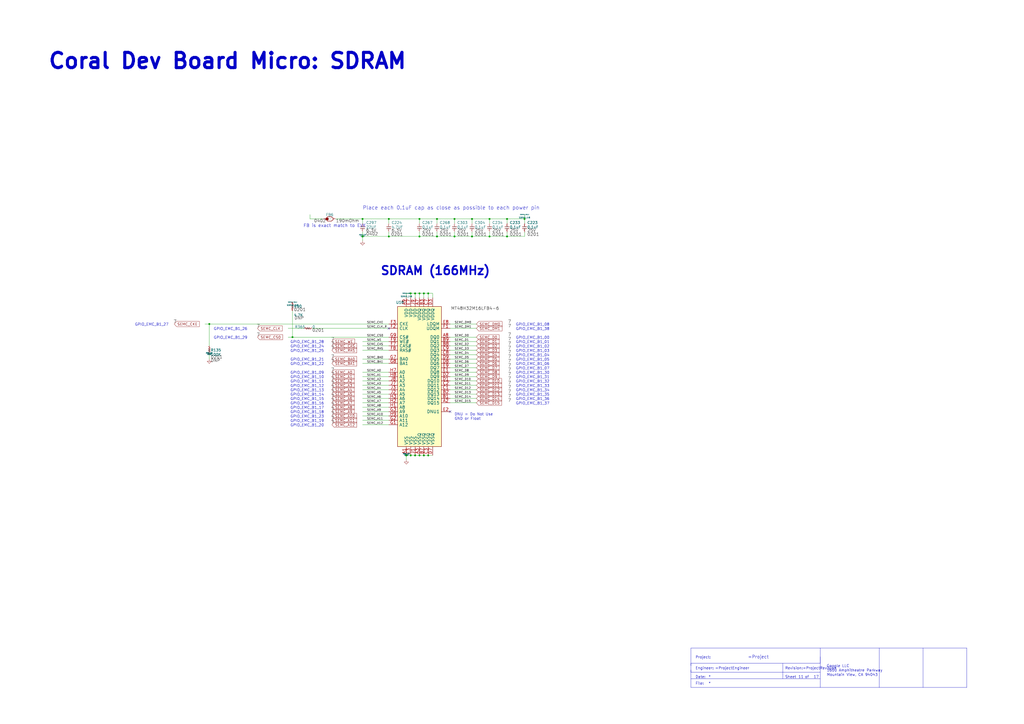
<source format=kicad_sch>
(kicad_sch (version 20230121) (generator eeschema)
  (paper "A2")
  (title_block (title "11 SDRAM-SchDoc") (date "31 01 2024"))
  (lib_symbols
    (symbol "11 SDRAM-SchDoc-rescue:SDRAM_MT48H32M16LFB4-6-" (pin_names (offset 1.016))
      (property "Reference" "U" (at -1.016 1.524 0))
      (property "Value" "SDRAM_MT48H32M16LFB4-6" (at 0 0 0))
      (symbol "SDRAM_MT48H32M16LFB4-6-_0_1"
        (rectangle (start 0 -81.28) (end 25.4 0) (stroke (width 0.254)) (fill (type background)))
        (pin power_in line (at 5.08 -86.36 90) (length 5.08) (name "VSS") (number "A1"))
        (pin bidirectional line (at 30.48 -55.88 180) (length 5.08) (name "DQ15") (number "A2"))
        (pin power_in line (at 12.7 -86.36 90) (length 5.08) (name "VSSQ") (number "A3"))
        (pin power_in line (at 12.7 5.08 270) (length 5.08) (name "VDDQ") (number "A7"))
        (pin bidirectional line (at 30.48 -17.78 180) (length 5.08) (name "DQ0") (number "A8"))
        (pin power_in line (at 5.08 5.08 270) (length 5.08) (name "VDD") (number "A9"))
        (pin bidirectional line (at 30.48 -53.34 180) (length 5.08) (name "DQ14") (number "B1"))
        (pin bidirectional line (at 30.48 -50.8 180) (length 5.08) (name "DQ13") (number "B2"))
        (pin power_in line (at 15.24 5.08 270) (length 5.08) (name "VDDQ") (number "B3"))
        (pin power_in line (at 15.24 -86.36 90) (length 5.08) (name "VSSQ") (number "B7"))
        (pin bidirectional line (at 30.48 -22.86 180) (length 5.08) (name "DQ2") (number "B8"))
        (pin bidirectional line (at 30.48 -20.32 180) (length 5.08) (name "DQ1") (number "B9"))
        (pin bidirectional line (at 30.48 -48.26 180) (length 5.08) (name "DQ12") (number "C1"))
        (pin bidirectional line (at 30.48 -45.72 180) (length 5.08) (name "DQ11") (number "C2"))
        (pin power_in line (at 17.78 -86.36 90) (length 5.08) (name "VSSQ") (number "C3"))
        (pin power_in line (at 17.78 5.08 270) (length 5.08) (name "VDDQ") (number "C7"))
        (pin bidirectional line (at 30.48 -27.94 180) (length 5.08) (name "DQ4") (number "C8"))
        (pin bidirectional line (at 30.48 -25.4 180) (length 5.08) (name "DQ3") (number "C9"))
        (pin bidirectional line (at 30.48 -43.18 180) (length 5.08) (name "DQ10") (number "D1"))
        (pin bidirectional line (at 30.48 -40.64 180) (length 5.08) (name "DQ9") (number "D2"))
        (pin power_in line (at 20.32 5.08 270) (length 5.08) (name "VDDQ") (number "D3"))
        (pin power_in line (at 20.32 -86.36 90) (length 5.08) (name "VSSQ") (number "D7"))
        (pin bidirectional line (at 30.48 -33.02 180) (length 5.08) (name "DQ6") (number "D8"))
        (pin bidirectional line (at 30.48 -30.48 180) (length 5.08) (name "DQ5") (number "D9"))
        (pin bidirectional line (at 30.48 -38.1 180) (length 5.08) (name "DQ8") (number "E1"))
        (pin passive line (at 30.48 -60.96 180) (length 5.08) (name "DNU1") (number "E2"))
        (pin power_in line (at 7.62 -86.36 90) (length 5.08) (name "VSS") (number "E3"))
        (pin power_in line (at 7.62 5.08 270) (length 5.08) (name "VDD") (number "E7"))
        (pin input line (at 30.48 -10.16 180) (length 5.08) (name "LDQM") (number "E8"))
        (pin bidirectional line (at 30.48 -35.56 180) (length 5.08) (name "DQ7") (number "E9"))
        (pin input line (at 30.48 -12.7 180) (length 5.08) (name "UDQM") (number "F1"))
        (pin input line (at -5.08 -12.7 0) (length 5.08) (name "CLK") (number "F2"))
        (pin input line (at -5.08 -10.16 0) (length 5.08) (name "CKE") (number "F3"))
        (pin input line (at -5.08 -22.86 0) (length 5.08) (name "CAS#") (number "F7"))
        (pin input line (at -5.08 -25.4 0) (length 5.08) (name "RAS#") (number "F8"))
        (pin input line (at -5.08 -20.32 0) (length 5.08) (name "WE#") (number "F9"))
        (pin input line (at -5.08 -68.58 0) (length 5.08) (name "A12") (number "G1"))
        (pin input line (at -5.08 -66.04 0) (length 5.08) (name "A11") (number "G2"))
        (pin input line (at -5.08 -60.96 0) (length 5.08) (name "A9") (number "G3"))
        (pin input line (at -5.08 -30.48 0) (length 5.08) (name "BA0") (number "G7"))
        (pin input line (at -5.08 -33.02 0) (length 5.08) (name "BA1") (number "G8"))
        (pin input line (at -5.08 -17.78 0) (length 5.08) (name "CS#") (number "G9"))
        (pin input line (at -5.08 -58.42 0) (length 5.08) (name "A8") (number "H1"))
        (pin input line (at -5.08 -55.88 0) (length 5.08) (name "A7") (number "H2"))
        (pin input line (at -5.08 -53.34 0) (length 5.08) (name "A6") (number "H3"))
        (pin input line (at -5.08 -38.1 0) (length 5.08) (name "A0") (number "H7"))
        (pin input line (at -5.08 -40.64 0) (length 5.08) (name "A1") (number "H8"))
        (pin input line (at -5.08 -63.5 0) (length 5.08) (name "A10") (number "H9"))
        (pin power_in line (at 10.16 -86.36 90) (length 5.08) (name "VSS") (number "J1"))
        (pin input line (at -5.08 -50.8 0) (length 5.08) (name "A5") (number "J2"))
        (pin input line (at -5.08 -48.26 0) (length 5.08) (name "A4") (number "J3"))
        (pin input line (at -5.08 -45.72 0) (length 5.08) (name "A3") (number "J7"))
        (pin input line (at -5.08 -43.18 0) (length 5.08) (name "A2") (number "J8"))
        (pin power_in line (at 10.16 5.08 270) (length 5.08) (name "VDD") (number "J9"))
      )
    )
    (symbol "11 SDRAM-SchDoc-rescue:__Template_Cap-" (pin_names (offset 1.016))
      (property "Reference" "C" (at 1.524 -0.508 0))
      (property "Value" "__Template_Cap" (at 0 0 0))
      (symbol "__Template_Cap-_0_1"
        (polyline (pts (xy 1.27 -3.048) (xy -1.27 -3.048)) (stroke (width 0.254)))
        (polyline (pts (xy 1.27 -2.032) (xy -1.27 -2.032)) (stroke (width 0.254)))
        (pin passive line (at 0 0 270) (length 2.032) (name "P") (number "1"))
        (pin passive line (at 0 -5.08 90) (length 2.032) (name "P") (number "2"))
      )
    )
    (symbol "11 SDRAM-SchDoc-rescue:__Template_Ferrite_Bead-" (pin_names (offset 1.016))
      (property "Reference" "FB" (at 1.778 1.524 0))
      (property "Value" "__Template_Ferrite_Bead" (at 0 0 0))
      (symbol "__Template_Ferrite_Bead-_0_1"
        (polyline (pts (xy 2.54 -1.27) (xy 5.08 -1.27)) (stroke (width 0.254)))
        (polyline (pts (xy 2.54 1.27) (xy 5.08 1.27)) (stroke (width 0.254)))
        (circle (center 2.54 0) (radius 0.254) (stroke (width 0.254)) (fill (type outline)))
        (circle (center 2.54 0) (radius 0.762) (stroke (width 0.254)) (fill (type outline)))
        (pin passive line (at 0 0 0) (length 2.54) (name "1") (number "1"))
        (pin passive line (at 7.62 0 180) (length 1.778) (name "2") (number "2"))
      )
      (symbol "__Template_Ferrite_Bead-_1_1"
        (arc (start 5.0546 -1.016) (mid 5.5735 -0.8885) (end 5.9436 -0.508) (stroke (width 0.254)))
        (arc (start 5.9436 -0.508) (mid 6.0819 0) (end 5.9436 0.508) (stroke (width 0.254)))
        (arc (start 5.9436 0.508) (mid 5.5665 0.8759) (end 5.0546 1.016) (stroke (width 0.254)))
      )
    )
    (symbol "11 SDRAM-SchDoc-rescue:__Template_Resistor-" (pin_names (offset 1.016))
      (property "Reference" "R" (at 0.762 1.778 0))
      (property "Value" "__Template_Resistor" (at 0 0 0))
      (symbol "__Template_Resistor-_0_1"
        (polyline (pts (xy 1.016 0) (xy 1.27 0.508) (xy 1.778 -0.508) (xy 2.286 0.508) (xy 2.794 -0.508) (xy 3.302 0.508) (xy 3.81 -0.508) (xy 4.064 0)) (stroke (width 0.254)))
        (pin passive line (at 0 0 0) (length 1.016) (name "P") (number "1"))
        (pin passive line (at 5.08 0 180) (length 1.016) (name "P") (number "2"))
      )
    )
    (symbol "power:GND" (power) (pin_names (offset 0))
      (property "Value" "GND" (at 0 -3.81 0))
      (symbol "GND_0_1"
        (polyline (pts (xy 0 0) (xy 0 -1.27) (xy 1.27 -1.27) (xy 0 -2.54) (xy -1.27 -1.27) (xy 0 -1.27)))
      )
      (symbol "GND_1_1"
        (pin power_in line (at 0 0 270) (length 0) hide (name "GND") (number "1"))
      )
    )
  )
  (junction (at 263.652 137.16))
  (junction (at 240.792 170.18))
  (junction (at 235.712 264.16))
  (junction (at 243.332 137.16))
  (junction (at 294.132 127))
  (junction (at 253.492 137.16))
  (junction (at 273.812 127))
  (junction (at 240.792 264.16))
  (junction (at 210.312 137.16))
  (junction (at 294.132 137.16))
  (junction (at 238.252 264.16))
  (junction (at 245.872 264.16))
  (junction (at 248.412 170.18))
  (junction (at 263.652 127))
  (junction (at 248.412 264.16))
  (junction (at 283.972 127))
  (junction (at 243.332 264.16))
  (junction (at 304.292 127))
  (junction (at 243.332 127))
  (junction (at 238.252 170.18))
  (junction (at 225.552 137.16))
  (junction (at 210.312 127))
  (junction (at 121.412 187.96))
  (junction (at 245.872 170.18))
  (junction (at 283.972 137.16))
  (junction (at 169.672 195.58))
  (junction (at 225.552 127))
  (junction (at 243.332 170.18))
  (junction (at 273.812 137.16))
  (junction (at 253.492 127))
  (no_connect (at 225.552 190.5))
  (no_connect (at 261.112 238.76))
  (polyline (pts (xy 400.812 389.89) (xy 400.812 388.62)))
  (wire (pts (xy 238.252 264.16) (xy 240.792 264.16)))
  (wire (pts (xy 294.132 137.16) (xy 294.132 134.62)))
  (wire (pts (xy 240.792 264.16) (xy 243.332 264.16)))
  (wire (pts (xy 210.312 127) (xy 210.312 129.54)))
  (wire (pts (xy 248.412 170.18) (xy 245.872 170.18)))
  (polyline (pts (xy 400.812 393.7) (xy 475.742 393.7)))
  (wire (pts (xy 253.492 127) (xy 243.332 127)))
  (wire (pts (xy 261.112 213.36) (xy 276.352 213.36)))
  (wire (pts (xy 235.712 266.7) (xy 235.712 264.16)))
  (polyline (pts (xy 560.832 398.78) (xy 560.832 375.92)))
  (wire (pts (xy 243.332 127) (xy 243.332 129.54)))
  (wire (pts (xy 304.292 129.54) (xy 304.292 127)))
  (wire (pts (xy 261.112 203.2) (xy 276.352 203.2)))
  (wire (pts (xy 210.312 243.84) (xy 225.552 243.84)))
  (wire (pts (xy 273.812 137.16) (xy 273.812 134.62)))
  (wire (pts (xy 235.712 170.18) (xy 235.712 172.72)))
  (wire (pts (xy 250.952 172.72) (xy 250.952 170.18)))
  (wire (pts (xy 261.112 198.12) (xy 276.352 198.12)))
  (wire (pts (xy 238.252 170.18) (xy 235.712 170.18)))
  (wire (pts (xy 210.312 200.66) (xy 225.552 200.66)))
  (wire (pts (xy 121.412 187.96) (xy 121.412 200.66)))
  (polyline (pts (xy 535.432 398.78) (xy 535.432 375.92)))
  (polyline (pts (xy 400.812 375.92) (xy 560.832 375.92)))
  (wire (pts (xy 121.412 205.74) (xy 121.412 208.28)))
  (wire (pts (xy 283.972 127) (xy 273.812 127)))
  (polyline (pts (xy 475.742 393.7) (xy 475.742 389.89)))
  (wire (pts (xy 263.652 137.16) (xy 253.492 137.16)))
  (wire (pts (xy 263.652 134.62) (xy 263.652 137.16)))
  (polyline (pts (xy 475.742 384.81) (xy 400.812 384.81)))
  (wire (pts (xy 210.312 203.2) (xy 225.552 203.2)))
  (wire (pts (xy 235.712 264.16) (xy 238.252 264.16)))
  (wire (pts (xy 243.332 264.16) (xy 245.872 264.16)))
  (wire (pts (xy 210.312 228.6) (xy 225.552 228.6)))
  (wire (pts (xy 261.112 223.52) (xy 276.352 223.52)))
  (wire (pts (xy 261.112 218.44) (xy 276.352 218.44)))
  (wire (pts (xy 243.332 170.18) (xy 240.792 170.18)))
  (wire (pts (xy 225.552 195.58) (xy 169.672 195.58)))
  (wire (pts (xy 243.332 172.72) (xy 243.332 170.18)))
  (wire (pts (xy 210.312 220.98) (xy 225.552 220.98)))
  (wire (pts (xy 250.952 170.18) (xy 248.412 170.18)))
  (wire (pts (xy 118.872 187.96) (xy 121.412 187.96)))
  (polyline (pts (xy 400.812 398.78) (xy 400.812 375.92)))
  (polyline (pts (xy 400.812 384.81) (xy 400.812 386.08)))
  (wire (pts (xy 210.312 233.68) (xy 225.552 233.68)))
  (wire (pts (xy 225.552 127) (xy 225.552 129.54)))
  (wire (pts (xy 261.112 208.28) (xy 276.352 208.28)))
  (wire (pts (xy 276.352 187.96) (xy 261.112 187.96)))
  (wire (pts (xy 245.872 264.16) (xy 248.412 264.16)))
  (wire (pts (xy 261.112 220.98) (xy 276.352 220.98)))
  (wire (pts (xy 210.312 236.22) (xy 225.552 236.22)))
  (wire (pts (xy 263.652 127) (xy 253.492 127)))
  (wire (pts (xy 283.972 134.62) (xy 283.972 137.16)))
  (wire (pts (xy 167.132 195.58) (xy 169.672 195.58)))
  (wire (pts (xy 210.312 238.76) (xy 225.552 238.76)))
  (polyline (pts (xy 475.742 398.78) (xy 475.742 393.7)))
  (wire (pts (xy 210.312 127) (xy 194.818 127)))
  (wire (pts (xy 210.312 198.12) (xy 225.552 198.12)))
  (wire (pts (xy 210.312 210.82) (xy 225.552 210.82)))
  (wire (pts (xy 210.312 246.38) (xy 225.552 246.38)))
  (wire (pts (xy 225.552 134.62) (xy 225.552 137.16)))
  (wire (pts (xy 238.252 172.72) (xy 238.252 170.18)))
  (wire (pts (xy 261.112 226.06) (xy 276.352 226.06)))
  (wire (pts (xy 245.872 172.72) (xy 245.872 170.18)))
  (wire (pts (xy 240.792 170.18) (xy 238.252 170.18)))
  (wire (pts (xy 261.112 233.68) (xy 276.352 233.68)))
  (wire (pts (xy 248.412 264.16) (xy 250.952 264.16)))
  (wire (pts (xy 304.292 127) (xy 294.132 127)))
  (wire (pts (xy 243.332 137.16) (xy 225.552 137.16)))
  (polyline (pts (xy 475.742 381) (xy 475.742 389.89)))
  (wire (pts (xy 210.312 208.28) (xy 225.552 208.28)))
  (wire (pts (xy 225.552 127) (xy 210.312 127)))
  (wire (pts (xy 294.132 127) (xy 294.132 129.54)))
  (wire (pts (xy 179.832 124.46) (xy 179.832 127)))
  (wire (pts (xy 179.832 127) (xy 187.198 127)))
  (wire (pts (xy 261.112 210.82) (xy 276.352 210.82)))
  (wire (pts (xy 210.312 226.06) (xy 225.552 226.06)))
  (wire (pts (xy 304.292 134.62) (xy 304.292 137.16)))
  (wire (pts (xy 169.672 195.58) (xy 169.672 180.34)))
  (wire (pts (xy 261.112 228.6) (xy 276.352 228.6)))
  (wire (pts (xy 210.312 218.44) (xy 225.552 218.44)))
  (wire (pts (xy 248.412 172.72) (xy 248.412 170.18)))
  (wire (pts (xy 283.972 127) (xy 283.972 129.54)))
  (wire (pts (xy 243.332 127) (xy 225.552 127)))
  (wire (pts (xy 167.132 190.5) (xy 176.022 190.5)))
  (wire (pts (xy 240.792 172.72) (xy 240.792 170.18)))
  (wire (pts (xy 253.492 127) (xy 253.492 129.54)))
  (wire (pts (xy 253.492 137.16) (xy 253.492 134.62)))
  (wire (pts (xy 225.552 190.5) (xy 181.102 190.5)))
  (wire (pts (xy 294.132 137.16) (xy 283.972 137.16)))
  (polyline (pts (xy 454.152 393.7) (xy 454.152 384.81)))
  (wire (pts (xy 210.312 137.16) (xy 210.312 139.7)))
  (wire (pts (xy 276.352 190.5) (xy 261.112 190.5)))
  (polyline (pts (xy 510.032 398.78) (xy 510.032 375.92)))
  (wire (pts (xy 210.312 215.9) (xy 225.552 215.9)))
  (wire (pts (xy 261.112 215.9) (xy 276.352 215.9)))
  (polyline (pts (xy 475.742 389.89) (xy 400.812 389.89)))
  (wire (pts (xy 283.972 137.16) (xy 273.812 137.16)))
  (wire (pts (xy 261.112 200.66) (xy 276.352 200.66)))
  (wire (pts (xy 210.312 241.3) (xy 225.552 241.3)))
  (wire (pts (xy 294.132 127) (xy 283.972 127)))
  (wire (pts (xy 273.812 127) (xy 263.652 127)))
  (wire (pts (xy 273.812 137.16) (xy 263.652 137.16)))
  (wire (pts (xy 210.312 134.62) (xy 210.312 137.16)))
  (wire (pts (xy 225.552 137.16) (xy 210.312 137.16)))
  (wire (pts (xy 304.292 124.46) (xy 304.292 127)))
  (wire (pts (xy 261.112 195.58) (xy 276.352 195.58)))
  (wire (pts (xy 243.332 134.62) (xy 243.332 137.16)))
  (wire (pts (xy 210.312 231.14) (xy 225.552 231.14)))
  (polyline (pts (xy 475.742 375.92) (xy 475.742 384.81)))
  (wire (pts (xy 253.492 137.16) (xy 243.332 137.16)))
  (wire (pts (xy 245.872 170.18) (xy 243.332 170.18)))
  (wire (pts (xy 304.292 137.16) (xy 294.132 137.16)))
  (wire (pts (xy 210.312 223.52) (xy 225.552 223.52)))
  (wire (pts (xy 273.812 127) (xy 273.812 129.54)))
  (wire (pts (xy 261.112 205.74) (xy 276.352 205.74)))
  (wire (pts (xy 261.112 231.14) (xy 276.352 231.14)))
  (polyline (pts (xy 400.812 398.78) (xy 560.832 398.78)))
  (wire (pts (xy 263.652 127) (xy 263.652 129.54)))
  (wire (pts (xy 121.412 187.96) (xy 225.552 187.96)))
  (text "Engineer:" (at 403.352 388.62 0) (effects (font (size 1.524 1.524)) (justify left bottom)))
  (text "1600 Amphitheatre Parkway" (at 479.552 389.89 0) (effects (font (size 1.524 1.524)) (justify left bottom)))
  (text "GPIO_EMC_B1_17" (at 168.402 237.49 0) (effects (font (size 1.524 1.524)) (justify left bottom)))
  (text "GPIO_EMC_B1_30" (at 299.212 217.17 0) (effects (font (size 1.524 1.524)) (justify left bottom)))
  (text "GPIO_EMC_B1_35" (at 299.212 229.87 0) (effects (font (size 1.524 1.524)) (justify left bottom)))
  (text "GPIO_EMC_B1_07" (at 299.212 214.63 0) (effects (font (size 1.524 1.524)) (justify left bottom)))
  (text "Revision:" (at 455.422 388.62 0) (effects (font (size 1.524 1.524)) (justify left bottom)))
  (text "GPIO_EMC_B1_25" (at 168.402 204.47 0) (effects (font (size 1.524 1.524)) (justify left bottom)))
  (text "GPIO_EMC_B1_26" (at 123.952 191.77 0) (effects (font (size 1.524 1.524)) (justify left bottom)))
  (text "Google LLC" (at 479.552 387.35 0) (effects (font (size 1.524 1.524)) (justify left bottom)))
  (text "GPIO_EMC_B1_32" (at 299.212 222.25 0) (effects (font (size 1.524 1.524)) (justify left bottom)))
  (text "DNU = Do Not Use" (at 263.652 241.3 0) (effects (font (size 1.524 1.524)) (justify left bottom)))
  (text "GPIO_EMC_B1_10" (at 168.402 219.71 0) (effects (font (size 1.524 1.524)) (justify left bottom)))
  (text "GPIO_EMC_B1_08" (at 299.212 189.23 0) (effects (font (size 1.524 1.524)) (justify left bottom)))
  (text "GPIO_EMC_B1_37" (at 299.212 234.95 0) (effects (font (size 1.524 1.524)) (justify left bottom)))
  (text "Place each 0.1uF cap as close as possible to each power pin" (at 210.312 121.92 0) (effects (font (size 2.1336 2.1336)) (justify left bottom)))
  (text "GPIO_EMC_B1_21" (at 168.402 209.55 0) (effects (font (size 1.524 1.524)) (justify left bottom)))
  (text "GPIO_EMC_B1_19" (at 168.402 245.11 0) (effects (font (size 1.524 1.524)) (justify left bottom)))
  (text "GPIO_EMC_B1_03" (at 299.212 204.47 0) (effects (font (size 1.524 1.524)) (justify left bottom)))
  (text "File:" (at 403.352 397.51 0) (effects (font (size 1.524 1.524)) (justify left bottom)))
  (text "GPIO_EMC_B1_18" (at 168.402 240.03 0) (effects (font (size 1.524 1.524)) (justify left bottom)))
  (text "GPIO_EMC_B1_29" (at 123.952 196.85 0) (effects (font (size 1.524 1.524)) (justify left bottom)))
  (text "GPIO_EMC_B1_20" (at 168.402 247.65 0) (effects (font (size 1.524 1.524)) (justify left bottom)))
  (text "GPIO_EMC_B1_05" (at 299.212 209.55 0) (effects (font (size 1.524 1.524)) (justify left bottom)))
  (text "Project:" (at 403.352 382.27 0) (effects (font (size 1.524 1.524)) (justify left bottom)))
  (text "=ProjectEngineer" (at 414.782 388.62 0) (effects (font (size 1.524 1.524)) (justify left bottom)))
  (text "GPIO_EMC_B1_33" (at 299.212 224.79 0) (effects (font (size 1.524 1.524)) (justify left bottom)))
  (text "FB is exact match to EVK" (at 176.022 132.08 0) (effects (font (size 1.8288 1.8288)) (justify left bottom)))
  (text "GPIO_EMC_B1_06" (at 299.212 212.09 0) (effects (font (size 1.524 1.524)) (justify left bottom)))
  (text "*" (at 410.972 397.51 0) (effects (font (size 1.524 1.524)) (justify left bottom)))
  (text "GPIO_EMC_B1_01" (at 299.212 199.39 0) (effects (font (size 1.524 1.524)) (justify left bottom)))
  (text "17" (at 471.932 393.7 0) (effects (font (size 1.524 1.524)) (justify left bottom)))
  (text "GPIO_EMC_B1_36" (at 299.212 232.41 0) (effects (font (size 1.524 1.524)) (justify left bottom)))
  (text "*" (at 410.972 393.7 0) (effects (font (size 1.524 1.524)) (justify left bottom)))
  (text "GND or Float" (at 263.652 243.84 0) (effects (font (size 1.524 1.524)) (justify left bottom)))
  (text "=Project" (at 433.832 382.27 0) (effects (font (size 1.8288 1.8288)) (justify left bottom)))
  (text "GPIO_EMC_B1_38" (at 299.212 191.77 0) (effects (font (size 1.524 1.524)) (justify left bottom)))
  (text "Mountain View, CA 94043" (at 479.552 392.43 0) (effects (font (size 1.524 1.524)) (justify left bottom)))
  (text "GPIO_EMC_B1_14" (at 168.402 229.87 0) (effects (font (size 1.524 1.524)) (justify left bottom)))
  (text "GPIO_EMC_B1_28" (at 168.402 199.39 0) (effects (font (size 1.524 1.524)) (justify left bottom)))
  (text "SDRAM (166MHz)" (at 220.472 160.02 0) (effects (font (size 4.8768 4.8768) (thickness 0.9754) bold) (justify left bottom)))
  (text "GPIO_EMC_B1_16" (at 168.402 234.95 0) (effects (font (size 1.524 1.524)) (justify left bottom)))
  (text "GPIO_EMC_B1_09" (at 168.402 217.17 0) (effects (font (size 1.524 1.524)) (justify left bottom)))
  (text "of" (at 466.852 393.7 0) (effects (font (size 1.524 1.524)) (justify left bottom)))
  (text "GPIO_EMC_B1_00" (at 299.212 196.85 0) (effects (font (size 1.524 1.524)) (justify left bottom)))
  (text "GPIO_EMC_B1_02" (at 299.212 201.93 0) (effects (font (size 1.524 1.524)) (justify left bottom)))
  (text "GPIO_EMC_B1_34" (at 299.212 227.33 0) (effects (font (size 1.524 1.524)) (justify left bottom)))
  (text "GPIO_EMC_B1_22" (at 168.402 212.09 0) (effects (font (size 1.524 1.524)) (justify left bottom)))
  (text "Coral Dev Board Micro: SDRAM" (at 27.432 40.64 0) (effects (font (size 8.8392 8.8392) (thickness 1.7678) bold) (justify left bottom)))
  (text "GPIO_EMC_B1_24" (at 168.402 201.93 0) (effects (font (size 1.524 1.524)) (justify left bottom)))
  (text "GPIO_EMC_B1_31" (at 299.212 219.71 0) (effects (font (size 1.524 1.524)) (justify left bottom)))
  (text "Sheet" (at 455.422 393.7 0) (effects (font (size 1.524 1.524)) (justify left bottom)))
  (text "GPIO_EMC_B1_11" (at 168.402 222.25 0) (effects (font (size 1.524 1.524)) (justify left bottom)))
  (text "=ProjectRevision" (at 465.582 388.62 0) (effects (font (size 1.524 1.524)) (justify left bottom)))
  (text "GPIO_EMC_B1_13" (at 168.402 227.33 0) (effects (font (size 1.524 1.524)) (justify left bottom)))
  (text "GPIO_EMC_B1_15" (at 168.402 232.41 0) (effects (font (size 1.524 1.524)) (justify left bottom)))
  (text "GPIO_EMC_B1_23" (at 168.402 242.57 0) (effects (font (size 1.524 1.524)) (justify left bottom)))
  (text "11" (at 463.042 393.7 0) (effects (font (size 1.524 1.524)) (justify left bottom)))
  (text "GPIO_EMC_B1_27" (at 78.232 189.23 0) (effects (font (size 1.524 1.524)) (justify left bottom)))
  (text "GPIO_EMC_B1_12" (at 168.402 224.79 0) (effects (font (size 1.524 1.524)) (justify left bottom)))
  (text "Date:" (at 403.352 393.7 0) (effects (font (size 1.524 1.524)) (justify left bottom)))
  (text "GPIO_EMC_B1_04" (at 299.212 207.01 0) (effects (font (size 1.524 1.524)) (justify left bottom)))
  (label "MT48H32M16LFB4-6" (at 261.62 180.34 0) (effects (font (size 1.778 1.778))))
  (label "7" (at 294.64 208.28 0) (effects (font (size 1.778 1.778))))
  (label "SEMC_A4" (at 212.852 226.06 0) (effects (font (size 1.2192 1.2192))))
  (label "SEMC_CLK_R" (at 212.852 190.5 0) (effects (font (size 1.2192 1.2192))))
  (label "0201" (at 170.434 181.102 0) (effects (font (size 1.778 1.778))))
  (label "SEMC_D15" (at 263.652 233.68 0) (effects (font (size 1.2192 1.2192))))
  (label "SEMC_CKE" (at 212.852 187.96 0) (effects (font (size 1.2192 1.2192))))
  (label "7" (at 294.64 195.58 0) (effects (font (size 1.778 1.778))))
  (label "SEMC_D14" (at 263.652 231.14 0) (effects (font (size 1.2192 1.2192))))
  (label "25V" (at 275.336 135.128 0) (effects (font (size 1.778 1.778))))
  (label "SEMC_D6" (at 263.652 210.82 0) (effects (font (size 1.2192 1.2192))))
  (label "SEMC_A5" (at 212.852 228.6 0) (effects (font (size 1.2192 1.2192))))
  (label "SEMC_D4" (at 263.652 205.74 0) (effects (font (size 1.2192 1.2192))))
  (label "SEMC_DM1" (at 263.652 190.5 0) (effects (font (size 1.2192 1.2192))))
  (label "7" (at 148.844 195.58 0) (effects (font (size 1.778 1.778))))
  (label "7" (at 294.64 187.96 0) (effects (font (size 1.778 1.778))))
  (label "7" (at 192.024 218.44 0) (effects (font (size 1.778 1.778))))
  (label "SEMC_D10" (at 263.652 220.98 0) (effects (font (size 1.2192 1.2192))))
  (label "SEMC_A12" (at 212.852 246.38 0) (effects (font (size 1.2192 1.2192))))
  (label "25V" (at 285.496 135.128 0) (effects (font (size 1.778 1.778))))
  (label "7" (at 294.64 220.98 0) (effects (font (size 1.778 1.778))))
  (label "7" (at 294.64 228.6 0) (effects (font (size 1.778 1.778))))
  (label "0201" (at 244.856 137.414 0) (effects (font (size 1.778 1.778))))
  (label "SEMC_A0" (at 212.852 215.9 0) (effects (font (size 1.2192 1.2192))))
  (label "SEMC_RAS" (at 212.852 203.2 0) (effects (font (size 1.2192 1.2192))))
  (label "7" (at 192.024 208.28 0) (effects (font (size 1.778 1.778))))
  (label "SEMC_A6" (at 212.852 231.14 0) (effects (font (size 1.2192 1.2192))))
  (label "7" (at 294.64 231.14 0) (effects (font (size 1.778 1.778))))
  (label "SEMC_D0" (at 263.652 195.58 0) (effects (font (size 1.2192 1.2192))))
  (label "7" (at 294.64 210.82 0) (effects (font (size 1.778 1.778))))
  (label "SEMC_D3" (at 263.652 203.2 0) (effects (font (size 1.2192 1.2192))))
  (label "7" (at 192.024 246.38 0) (effects (font (size 1.778 1.778))))
  (label "25V" (at 265.176 135.128 0) (effects (font (size 1.778 1.778))))
  (label "7" (at 192.024 243.84 0) (effects (font (size 1.778 1.778))))
  (label "7" (at 192.024 238.76 0) (effects (font (size 1.778 1.778))))
  (label "SEMC_CAS" (at 212.852 200.66 0) (effects (font (size 1.2192 1.2192))))
  (label "SEMC_BA0" (at 212.852 208.28 0) (effects (font (size 1.2192 1.2192))))
  (label "0201" (at 255.016 137.414 0) (effects (font (size 1.778 1.778))))
  (label "7" (at 192.024 215.9 0) (effects (font (size 1.778 1.778))))
  (label "SEMC_A9" (at 212.852 238.76 0) (effects (font (size 1.2192 1.2192))))
  (label "7" (at 192.024 226.06 0) (effects (font (size 1.778 1.778))))
  (label "7" (at 192.024 203.2 0) (effects (font (size 1.778 1.778))))
  (label "0402" (at 182.118 129.54 0) (effects (font (size 1.778 1.778))))
  (label "7" (at 294.64 218.44 0) (effects (font (size 1.778 1.778))))
  (label "0201" (at 275.336 137.414 0) (effects (font (size 1.778 1.778))))
  (label "7" (at 294.64 200.66 0) (effects (font (size 1.778 1.778))))
  (label "SEMC_BA1" (at 212.852 210.82 0) (effects (font (size 1.2192 1.2192))))
  (label "7" (at 192.024 228.6 0) (effects (font (size 1.778 1.778))))
  (label "7" (at 192.024 220.98 0) (effects (font (size 1.778 1.778))))
  (label "SEMC_D5" (at 263.652 208.28 0) (effects (font (size 1.2192 1.2192))))
  (label "SEMC_D8" (at 263.652 215.9 0) (effects (font (size 1.2192 1.2192))))
  (label "DNP" (at 122.174 210.566 0) (effects (font (size 1.778 1.778))))
  (label "7" (at 294.64 223.52 0) (effects (font (size 1.778 1.778))))
  (label "SEMC_D13" (at 263.652 228.6 0) (effects (font (size 1.2192 1.2192))))
  (label "0201" (at 265.176 137.414 0) (effects (font (size 1.778 1.778))))
  (label "7" (at 192.024 200.66 0) (effects (font (size 1.778 1.778))))
  (label "0201" (at 226.822 137.414 0) (effects (font (size 1.778 1.778))))
  (label "7" (at 192.024 241.3 0) (effects (font (size 1.778 1.778))))
  (label "0201" (at 122.174 208.534 0) (effects (font (size 1.778 1.778))))
  (label "25V" (at 295.656 135.128 0) (effects (font (size 1.778 1.778))))
  (label "7" (at 294.64 215.9 0) (effects (font (size 1.778 1.778))))
  (label "25V" (at 255.016 135.128 0) (effects (font (size 1.778 1.778))))
  (label "6.3V" (at 212.344 135.128 0) (effects (font (size 1.778 1.778))))
  (label "SEMC_D11" (at 263.652 223.52 0) (effects (font (size 1.2192 1.2192))))
  (label "SEMC_D9" (at 263.652 218.44 0) (effects (font (size 1.2192 1.2192))))
  (label "SEMC_CS0" (at 212.852 195.58 0) (effects (font (size 1.2192 1.2192))))
  (label "SEMC_D12" (at 263.652 226.06 0) (effects (font (size 1.2192 1.2192))))
  (label "7" (at 148.844 190.5 0) (effects (font (size 1.778 1.778))))
  (label "7" (at 192.024 233.68 0) (effects (font (size 1.778 1.778))))
  (label "7" (at 294.64 198.12 0) (effects (font (size 1.778 1.778))))
  (label "7" (at 294.64 190.5 0) (effects (font (size 1.778 1.778))))
  (label "7" (at 192.024 231.14 0) (effects (font (size 1.778 1.778))))
  (label "SEMC_A7" (at 212.852 233.68 0) (effects (font (size 1.2192 1.2192))))
  (label "SEMC_A11" (at 212.852 243.84 0) (effects (font (size 1.2192 1.2192))))
  (label "SEMC_A3" (at 212.852 223.52 0) (effects (font (size 1.2192 1.2192))))
  (label "DNP" (at 170.688 185.928 0) (effects (font (size 1.778 1.778))))
  (label "SEMC_WE" (at 212.852 198.12 0) (effects (font (size 1.2192 1.2192))))
  (label "25V" (at 244.856 135.128 0) (effects (font (size 1.778 1.778))))
  (label "7" (at 294.64 226.06 0) (effects (font (size 1.778 1.778))))
  (label "7" (at 294.64 233.68 0) (effects (font (size 1.778 1.778))))
  (label "SEMC_A1" (at 212.852 218.44 0) (effects (font (size 1.2192 1.2192))))
  (label "SEMC_A2" (at 212.852 220.98 0) (effects (font (size 1.2192 1.2192))))
  (label "SEMC_DM0" (at 263.652 187.96 0) (effects (font (size 1.2192 1.2192))))
  (label "7" (at 192.024 223.52 0) (effects (font (size 1.778 1.778))))
  (label "25V" (at 305.816 135.128 0) (effects (font (size 1.778 1.778))))
  (label "7" (at 100.584 187.96 0) (effects (font (size 1.778 1.778))))
  (label "190mOhm" (at 194.818 129.54 0) (effects (font (size 1.778 1.778))))
  (label "7" (at 192.024 198.12 0) (effects (font (size 1.778 1.778))))
  (label "6.3V" (at 227.076 135.128 0) (effects (font (size 1.778 1.778))))
  (label "0201" (at 295.656 137.414 0) (effects (font (size 1.778 1.778))))
  (label "7" (at 192.024 236.22 0) (effects (font (size 1.778 1.778))))
  (label "7" (at 192.024 210.82 0) (effects (font (size 1.778 1.778))))
  (label "7" (at 294.64 205.74 0) (effects (font (size 1.778 1.778))))
  (label "7" (at 294.64 203.2 0) (effects (font (size 1.778 1.778))))
  (label "0201" (at 285.496 137.414 0) (effects (font (size 1.778 1.778))))
  (label "0402" (at 212.344 137.16 0) (effects (font (size 1.778 1.778))))
  (label "7" (at 294.64 213.36 0) (effects (font (size 1.778 1.778))))
  (label "SEMC_D1" (at 263.652 198.12 0) (effects (font (size 1.2192 1.2192))))
  (label "SEMC_D2" (at 263.652 200.66 0) (effects (font (size 1.2192 1.2192))))
  (label "0201" (at 305.816 137.414 0) (effects (font (size 1.778 1.778))))
  (label "SEMC_A10" (at 212.852 241.3 0) (effects (font (size 1.2192 1.2192))))
  (label "SEMC_D7" (at 263.652 213.36 0) (effects (font (size 1.2192 1.2192))))
  (label "SEMC_A8" (at 212.852 236.22 0) (effects (font (size 1.2192 1.2192))))
  (label "0201" (at 181.102 193.04 0) (effects (font (size 1.778 1.778))))
  (global_label "SEMC_D9" (shape input) (at 276.352 218.44 0) (effects (font (size 1.524 1.524))) (property "Intersheetrefs" "${INTERSHEET_REFS}" (effects hide)))
  (global_label "SEMC_D5" (shape input) (at 276.352 208.28 0) (effects (font (size 1.524 1.524))) (property "Intersheetrefs" "${INTERSHEET_REFS}" (effects hide)))
  (global_label "SEMC_A3" (shape input) (at 192.532 223.52 0) (effects (font (size 1.524 1.524))) (property "Intersheetrefs" "${INTERSHEET_REFS}" (effects hide)))
  (global_label "SEMC_BA0" (shape input) (at 192.532 208.28 0) (effects (font (size 1.524 1.524))) (property "Intersheetrefs" "${INTERSHEET_REFS}" (effects hide)))
  (global_label "SEMC_DM0" (shape input) (at 276.352 187.96 0) (effects (font (size 1.524 1.524))) (property "Intersheetrefs" "${INTERSHEET_REFS}" (effects hide)))
  (global_label "SEMC_D3" (shape input) (at 276.352 203.2 0) (effects (font (size 1.524 1.524))) (property "Intersheetrefs" "${INTERSHEET_REFS}" (effects hide)))
  (global_label "SEMC_DM1" (shape input) (at 276.352 190.5 0) (effects (font (size 1.524 1.524))) (property "Intersheetrefs" "${INTERSHEET_REFS}" (effects hide)))
  (global_label "SEMC_A9" (shape input) (at 192.532 238.76 0) (effects (font (size 1.524 1.524))) (property "Intersheetrefs" "${INTERSHEET_REFS}" (effects hide)))
  (global_label "SEMC_A2" (shape input) (at 192.532 220.98 0) (effects (font (size 1.524 1.524))) (property "Intersheetrefs" "${INTERSHEET_REFS}" (effects hide)))
  (global_label "SEMC_CS0" (shape input) (at 149.352 195.58 0) (effects (font (size 1.524 1.524))) (property "Intersheetrefs" "${INTERSHEET_REFS}" (effects hide)))
  (global_label "SEMC_D6" (shape input) (at 276.352 210.82 0) (effects (font (size 1.524 1.524))) (property "Intersheetrefs" "${INTERSHEET_REFS}" (effects hide)))
  (global_label "SEMC_A7" (shape input) (at 192.532 233.68 0) (effects (font (size 1.524 1.524))) (property "Intersheetrefs" "${INTERSHEET_REFS}" (effects hide)))
  (global_label "SEMC_CLK" (shape input) (at 149.352 190.5 0) (effects (font (size 1.524 1.524))) (property "Intersheetrefs" "${INTERSHEET_REFS}" (effects hide)))
  (global_label "SEMC_A4" (shape input) (at 192.532 226.06 0) (effects (font (size 1.524 1.524))) (property "Intersheetrefs" "${INTERSHEET_REFS}" (effects hide)))
  (global_label "SEMC_A8" (shape input) (at 192.532 236.22 0) (effects (font (size 1.524 1.524))) (property "Intersheetrefs" "${INTERSHEET_REFS}" (effects hide)))
  (global_label "SEMC_D8" (shape input) (at 276.352 215.9 0) (effects (font (size 1.524 1.524))) (property "Intersheetrefs" "${INTERSHEET_REFS}" (effects hide)))
  (global_label "SEMC_RAS" (shape input) (at 192.532 203.2 0) (effects (font (size 1.524 1.524))) (property "Intersheetrefs" "${INTERSHEET_REFS}" (effects hide)))
  (global_label "SEMC_A11" (shape input) (at 192.532 243.84 0) (effects (font (size 1.524 1.524))) (property "Intersheetrefs" "${INTERSHEET_REFS}" (effects hide)))
  (global_label "SEMC_D0" (shape input) (at 276.352 195.58 0) (effects (font (size 1.524 1.524))) (property "Intersheetrefs" "${INTERSHEET_REFS}" (effects hide)))
  (global_label "SEMC_A1" (shape input) (at 192.532 218.44 0) (effects (font (size 1.524 1.524))) (property "Intersheetrefs" "${INTERSHEET_REFS}" (effects hide)))
  (global_label "SEMC_D12" (shape input) (at 276.352 226.06 0) (effects (font (size 1.524 1.524))) (property "Intersheetrefs" "${INTERSHEET_REFS}" (effects hide)))
  (global_label "SEMC_CKE" (shape input) (at 101.092 187.96 0) (effects (font (size 1.524 1.524))) (property "Intersheetrefs" "${INTERSHEET_REFS}" (effects hide)))
  (global_label "SEMC_A5" (shape input) (at 192.532 228.6 0) (effects (font (size 1.524 1.524))) (property "Intersheetrefs" "${INTERSHEET_REFS}" (effects hide)))
  (global_label "SEMC_A10" (shape input) (at 192.532 241.3 0) (effects (font (size 1.524 1.524))) (property "Intersheetrefs" "${INTERSHEET_REFS}" (effects hide)))
  (global_label "SEMC_D13" (shape input) (at 276.352 228.6 0) (effects (font (size 1.524 1.524))) (property "Intersheetrefs" "${INTERSHEET_REFS}" (effects hide)))
  (global_label "SEMC_A12" (shape input) (at 192.532 246.38 0) (effects (font (size 1.524 1.524))) (property "Intersheetrefs" "${INTERSHEET_REFS}" (effects hide)))
  (global_label "SEMC_D15" (shape input) (at 276.352 233.68 0) (effects (font (size 1.524 1.524))) (property "Intersheetrefs" "${INTERSHEET_REFS}" (effects hide)))
  (global_label "SEMC_BA1" (shape input) (at 192.532 210.82 0) (effects (font (size 1.524 1.524))) (property "Intersheetrefs" "${INTERSHEET_REFS}" (effects hide)))
  (global_label "SEMC_A6" (shape input) (at 192.532 231.14 0) (effects (font (size 1.524 1.524))) (property "Intersheetrefs" "${INTERSHEET_REFS}" (effects hide)))
  (global_label "SEMC_D11" (shape input) (at 276.352 223.52 0) (effects (font (size 1.524 1.524))) (property "Intersheetrefs" "${INTERSHEET_REFS}" (effects hide)))
  (global_label "SEMC_D10" (shape input) (at 276.352 220.98 0) (effects (font (size 1.524 1.524))) (property "Intersheetrefs" "${INTERSHEET_REFS}" (effects hide)))
  (global_label "SEMC_D7" (shape input) (at 276.352 213.36 0) (effects (font (size 1.524 1.524))) (property "Intersheetrefs" "${INTERSHEET_REFS}" (effects hide)))
  (global_label "SEMC_CAS" (shape input) (at 192.532 200.66 0) (effects (font (size 1.524 1.524))) (property "Intersheetrefs" "${INTERSHEET_REFS}" (effects hide)))
  (global_label "SEMC_D2" (shape input) (at 276.352 200.66 0) (effects (font (size 1.524 1.524))) (property "Intersheetrefs" "${INTERSHEET_REFS}" (effects hide)))
  (global_label "SEMC_D14" (shape input) (at 276.352 231.14 0) (effects (font (size 1.524 1.524))) (property "Intersheetrefs" "${INTERSHEET_REFS}" (effects hide)))
  (global_label "SEMC_D4" (shape input) (at 276.352 205.74 0) (effects (font (size 1.524 1.524))) (property "Intersheetrefs" "${INTERSHEET_REFS}" (effects hide)))
  (global_label "SEMC_D1" (shape input) (at 276.352 198.12 0) (effects (font (size 1.524 1.524))) (property "Intersheetrefs" "${INTERSHEET_REFS}" (effects hide)))
  (global_label "SEMC_A0" (shape input) (at 192.532 215.9 0) (effects (font (size 1.524 1.524))) (property "Intersheetrefs" "${INTERSHEET_REFS}" (effects hide)))
  (global_label "SEMC_WE" (shape input) (at 192.532 198.12 0) (effects (font (size 1.524 1.524))) (property "Intersheetrefs" "${INTERSHEET_REFS}" (effects hide)))
  (symbol (lib_id "11 SDRAM-SchDoc-rescue:__Template_Cap-") (at 283.972 129.54 0) (unit 1)
    (property "Reference" "C234" (at 285.496 130.048 0) (effects (font (size 1.524 1.524)) (justify left bottom)))
    (property "Value" "0.1uF" (at 285.496 132.588 0) (effects (font (size 1.524 1.524)) (justify left bottom)))
    (property "Package" "0201" (effects hide))
    (property "Voltage" "25V" (effects hide))
  )
  (symbol (lib_id "11 SDRAM-SchDoc-rescue:__Template_Cap-") (at 273.812 129.54 0) (unit 1)
    (property "Reference" "C304" (at 275.336 130.048 0) (effects (font (size 1.524 1.524)) (justify left bottom)))
    (property "Value" "0.1uF" (at 275.336 132.588 0) (effects (font (size 1.524 1.524)) (justify left bottom)))
    (property "Package" "0201" (effects hide))
    (property "Voltage" "25V" (effects hide))
  )
  (symbol (lib_id "11 SDRAM-SchDoc-rescue:__Template_Cap-") (at 263.652 129.54 0) (unit 1)
    (property "Reference" "C303" (at 265.176 130.048 0) (effects (font (size 1.524 1.524)) (justify left bottom)))
    (property "Value" "0.1uF" (at 265.176 132.588 0) (effects (font (size 1.524 1.524)) (justify left bottom)))
    (property "Package" "0201" (effects hide))
    (property "Voltage" "25V" (effects hide))
  )
  (symbol (lib_id "11 SDRAM-SchDoc-rescue:__Template_Cap-") (at 253.492 129.54 0) (unit 1)
    (property "Reference" "C268" (at 255.016 130.048 0) (effects (font (size 1.524 1.524)) (justify left bottom)))
    (property "Value" "0.1uF" (at 255.016 132.588 0) (effects (font (size 1.524 1.524)) (justify left bottom)))
    (property "Package" "0201" (effects hide))
    (property "Voltage" "25V" (effects hide))
  )
  (symbol (lib_id "11 SDRAM-SchDoc-rescue:__Template_Cap-") (at 210.312 129.54 0) (unit 1)
    (property "Reference" "C297" (at 212.344 130.048 0) (effects (font (size 1.524 1.524)) (justify left bottom)))
    (property "Value" "22UF" (at 212.344 132.588 0) (effects (font (size 1.524 1.524)) (justify left bottom)))
    (property "Package" "0402" (effects hide))
    (property "Voltage" "6.3V" (effects hide))
  )
  (symbol (lib_id "11 SDRAM-SchDoc-rescue:__Template_Cap-") (at 225.552 129.54 0) (unit 1)
    (property "Reference" "C224" (at 227.076 130.048 0) (effects (font (size 1.524 1.524)) (justify left bottom)))
    (property "Value" "4.7UF" (at 227.076 132.588 0) (effects (font (size 1.524 1.524)) (justify left bottom)))
    (property "Package" "0201" (effects hide))
    (property "Voltage" "6.3V" (effects hide))
  )
  (symbol (lib_id "11 SDRAM-SchDoc-rescue:__Template_Cap-") (at 243.332 129.54 0) (unit 1)
    (property "Reference" "C267" (at 244.856 130.048 0) (effects (font (size 1.524 1.524)) (justify left bottom)))
    (property "Value" "0.1uF" (at 244.856 132.588 0) (effects (font (size 1.524 1.524)) (justify left bottom)))
    (property "Package" "0201" (effects hide))
    (property "Voltage" "25V" (effects hide))
  )
  (symbol (lib_id "11 SDRAM-SchDoc-rescue:__Template_Ferrite_Bead-") (at 187.198 127 0) (unit 1)
    (property "Reference" "FB6" (at 188.976 125.476 0) (effects (font (size 1.524 1.524)) (justify left bottom)))
    (property "Package" "0402" (effects hide))
    (property "Rdc max" "190mOhm" (effects hide))
  )
  (symbol (lib_id "11 SDRAM-SchDoc-rescue:__Template_Resistor-") (at 121.412 205.74 90) (unit 1)
    (property "Reference" "R135" (at 122.174 203.962 90) (effects (font (size 1.524 1.524)) (justify right top)))
    (property "Value" "100K" (at 122.174 206.502 90) (effects (font (size 1.524 1.524)) (justify right top)))
    (property "Package" "0201" (effects hide))
    (property "DNP" "DNP" (effects hide))
  )
  (symbol (lib_id "11 SDRAM-SchDoc-rescue:__Template_Resistor-") (at 169.672 180.34 90) (unit 1)
    (property "Reference" "R90" (at 170.434 178.562 90) (effects (font (size 1.524 1.524)) (justify right top)))
    (property "Value" "4.7K" (at 170.434 183.642 90) (effects (font (size 1.524 1.524)) (justify right top)))
    (property "Package" "0201" (effects hide))
    (property "DNP" "DNP" (effects hide))
  )
  (symbol (lib_id "11 SDRAM-SchDoc-rescue:__Template_Resistor-") (at 176.022 190.5 0) (unit 1)
    (property "Reference" "R365" (at 170.942 190.5 0) (effects (font (size 1.524 1.524)) (justify left bottom)))
    (property "Value" "0" (at 181.102 190.5 0) (effects (font (size 1.524 1.524)) (justify left bottom)))
    (property "Package" "0201" (effects hide))
  )
  (symbol (lib_id "11 SDRAM-SchDoc-rescue:__Template_Cap-") (at 304.292 129.54 0) (unit 1)
    (property "Reference" "C223" (at 305.816 130.048 0) (effects (font (size 1.524 1.524)) (justify left bottom)))
    (property "Value" "0.1uF" (at 305.816 132.588 0) (effects (font (size 1.524 1.524)) (justify left bottom)))
    (property "Package" "0201" (effects hide))
    (property "Voltage" "25V" (effects hide))
  )
  (symbol (lib_id "11 SDRAM-SchDoc-rescue:__Template_Cap-") (at 294.132 129.54 0) (unit 1)
    (property "Reference" "C233" (at 295.656 130.048 0) (effects (font (size 1.524 1.524)) (justify left bottom)))
    (property "Value" "0.1uF" (at 295.656 132.588 0) (effects (font (size 1.524 1.524)) (justify left bottom)))
    (property "Package" "0201" (effects hide))
    (property "Voltage" "25V" (effects hide))
  )
  (symbol (lib_id "11 SDRAM-SchDoc-rescue:SDRAM_MT48H32M16LFB4-6-") (at 230.632 177.8 0) (unit 1)
    (property "Reference" "U18" (at 229.616 176.276 0) (effects (font (size 1.524 1.524)) (justify left bottom)))
    (property "MFG P/N" "MT48H32M16LFB4-6" (effects hide))
    (property "CrossRef" "7" (effects hide))
    (property "CrossRef" "7" (effects hide))
    (property "CrossRef" "7" (effects hide))
    (property "CrossRef" "7" (effects hide))
    (property "CrossRef" "7" (effects hide))
    (property "CrossRef" "7" (effects hide))
    (property "CrossRef" "7" (effects hide))
    (property "CrossRef" "7" (effects hide))
    (property "CrossRef" "7" (effects hide))
    (property "CrossRef" "7" (effects hide))
    (property "CrossRef" "7" (effects hide))
    (property "CrossRef" "7" (effects hide))
    (property "CrossRef" "7" (effects hide))
    (property "CrossRef" "7" (effects hide))
    (property "CrossRef" "7" (effects hide))
    (property "CrossRef" "7" (effects hide))
    (property "CrossRef" "7" (effects hide))
    (property "CrossRef" "7" (effects hide))
    (property "CrossRef" "7" (effects hide))
    (property "CrossRef" "7" (effects hide))
    (property "CrossRef" "7" (effects hide))
    (property "CrossRef" "7" (effects hide))
    (property "CrossRef" "7" (effects hide))
    (property "CrossRef" "7" (effects hide))
    (property "CrossRef" "7" (effects hide))
    (property "CrossRef" "7" (effects hide))
    (property "CrossRef" "7" (effects hide))
    (property "CrossRef" "7" (effects hide))
    (property "CrossRef" "7" (effects hide))
    (property "CrossRef" "7" (effects hide))
    (property "CrossRef" "7" (effects hide))
    (property "CrossRef" "7" (effects hide))
    (property "CrossRef" "7" (effects hide))
  )
  (symbol (lib_id "power:GND") (at 121.412 208.28 0) (unit 1)
    (property "Reference" "GND_121" (at 121.412 204.724 0) (effects (font (size 0.508 0.508))))
    (property "Value" "GND" (at 121.412 205.486 0) (effects (font (size 0.762 0.762))))
  )
  (symbol (lib_id "power:+SDRAM_1V8") (at 169.672 175.26 0) (unit 1)
    (property "Reference" "SDRAM_1V8_3" (at 169.672 175.26 0) (effects (font (size 0.508 0.508))))
    (property "Value" "SDRAM_1V8" (at 169.672 177.038 0) (effects (font (size 0.762 0.762))))
  )
  (symbol (lib_id "power:+SDRAM_1V8") (at 304.292 124.46 0) (unit 1)
    (property "Reference" "SDRAM_1V8_2" (at 304.292 124.46 0) (effects (font (size 0.508 0.508))))
    (property "Value" "SDRAM_1V8" (at 304.292 126.238 0) (effects (font (size 0.762 0.762))))
  )
  (symbol (lib_id "power:+VDD_1V8") (at 179.832 124.46 0) (unit 1)
    (property "Reference" "VDD_1V8_24" (at 179.832 124.46 0) (effects (font (size 0.508 0.508))))
    (property "Value" "VDD_1V8" (at 179.832 126.238 0) (effects (font (size 0.762 0.762))))
  )
  (symbol (lib_id "power:+SDRAM_1V8") (at 235.712 170.18 0) (unit 1)
    (property "Reference" "SDRAM_1V8" (at 235.712 170.18 0) (effects (font (size 0.508 0.508))))
    (property "Value" "SDRAM_1V8" (at 235.712 171.958 0) (effects (font (size 0.762 0.762))))
  )
  (symbol (lib_id "power:GND") (at 235.712 266.7 0) (unit 1)
    (property "Reference" "GND_120" (at 235.712 263.144 0) (effects (font (size 0.508 0.508))))
    (property "Value" "GND" (at 235.712 263.906 0) (effects (font (size 0.762 0.762))))
  )
  (symbol (lib_id "power:GND") (at 210.312 139.7 0) (unit 1)
    (property "Reference" "GND_119" (at 210.312 136.144 0) (effects (font (size 0.508 0.508))))
    (property "Value" "GND" (at 210.312 136.906 0) (effects (font (size 0.762 0.762))))
  )
)
</source>
